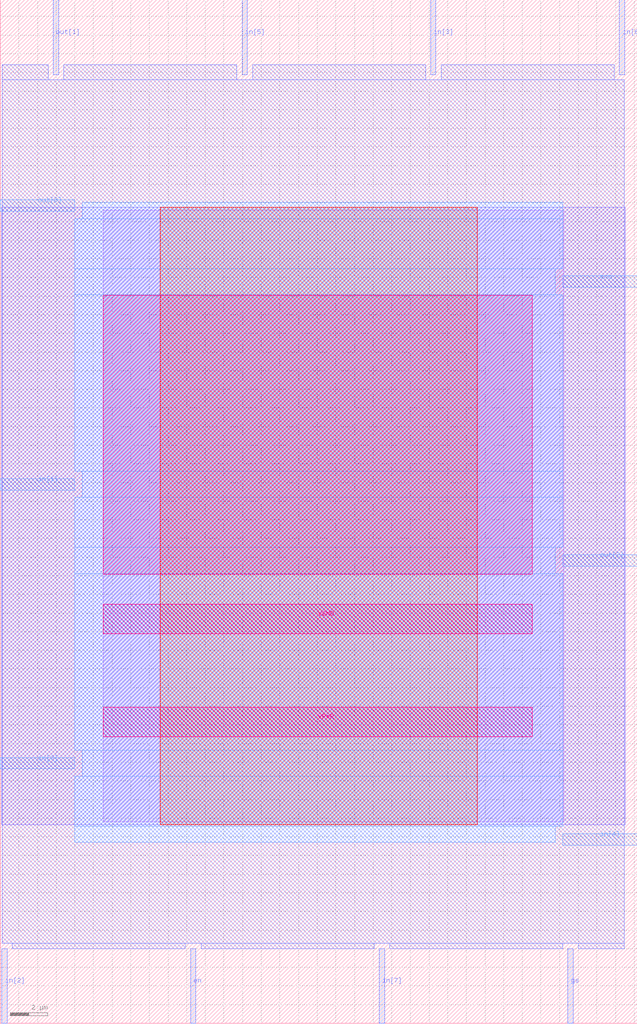
<source format=lef>
VERSION 5.7 ;
  NOWIREEXTENSIONATPIN ON ;
  DIVIDERCHAR "/" ;
  BUSBITCHARS "[]" ;
MACRO dvsd_pe
  CLASS BLOCK ;
  FOREIGN dvsd_pe ;
  ORIGIN 0.000 0.000 ;
  SIZE 34.165 BY 54.885 ;
  PIN VGND
    DIRECTION INPUT ;
    USE GROUND ;
    PORT
      LAYER met5 ;
        RECT 5.520 20.885 28.520 22.485 ;
    END
  END VGND
  PIN VPWR
    DIRECTION INPUT ;
    USE POWER ;
    PORT
      LAYER met5 ;
        RECT 5.520 15.360 28.520 16.960 ;
    END
  END VPWR
  PIN en
    DIRECTION INPUT ;
    USE SIGNAL ;
    PORT
      LAYER met2 ;
        RECT 10.210 0.000 10.490 4.000 ;
    END
  END en
  PIN eno
    DIRECTION OUTPUT TRISTATE ;
    USE SIGNAL ;
    PORT
      LAYER met3 ;
        RECT 30.165 39.480 34.165 40.080 ;
    END
  END eno
  PIN gs
    DIRECTION OUTPUT TRISTATE ;
    USE SIGNAL ;
    PORT
      LAYER met2 ;
        RECT 30.450 0.000 30.730 4.000 ;
    END
  END gs
  PIN in[0]
    DIRECTION INPUT ;
    USE SIGNAL ;
    PORT
      LAYER met3 ;
        RECT 0.000 13.640 4.000 14.240 ;
    END
  END in[0]
  PIN in[1]
    DIRECTION INPUT ;
    USE SIGNAL ;
    PORT
      LAYER met3 ;
        RECT 0.000 28.600 4.000 29.200 ;
    END
  END in[1]
  PIN in[2]
    DIRECTION INPUT ;
    USE SIGNAL ;
    PORT
      LAYER met2 ;
        RECT 0.090 0.000 0.370 4.000 ;
    END
  END in[2]
  PIN in[3]
    DIRECTION INPUT ;
    USE SIGNAL ;
    PORT
      LAYER met2 ;
        RECT 23.090 50.885 23.370 54.885 ;
    END
  END in[3]
  PIN in[4]
    DIRECTION INPUT ;
    USE SIGNAL ;
    PORT
      LAYER met3 ;
        RECT 30.165 9.560 34.165 10.160 ;
    END
  END in[4]
  PIN in[5]
    DIRECTION INPUT ;
    USE SIGNAL ;
    PORT
      LAYER met2 ;
        RECT 12.970 50.885 13.250 54.885 ;
    END
  END in[5]
  PIN in[6]
    DIRECTION INPUT ;
    USE SIGNAL ;
    PORT
      LAYER met2 ;
        RECT 33.210 50.885 33.490 54.885 ;
    END
  END in[6]
  PIN in[7]
    DIRECTION INPUT ;
    USE SIGNAL ;
    PORT
      LAYER met2 ;
        RECT 20.330 0.000 20.610 4.000 ;
    END
  END in[7]
  PIN out[0]
    DIRECTION OUTPUT TRISTATE ;
    USE SIGNAL ;
    PORT
      LAYER met3 ;
        RECT 0.000 43.560 4.000 44.160 ;
    END
  END out[0]
  PIN out[1]
    DIRECTION OUTPUT TRISTATE ;
    USE SIGNAL ;
    PORT
      LAYER met2 ;
        RECT 2.850 50.885 3.130 54.885 ;
    END
  END out[1]
  PIN out[2]
    DIRECTION OUTPUT TRISTATE ;
    USE SIGNAL ;
    PORT
      LAYER met3 ;
        RECT 30.165 24.520 34.165 25.120 ;
    END
  END out[2]
  OBS
      LAYER li1 ;
        RECT 5.520 10.795 30.215 43.605 ;
      LAYER met1 ;
        RECT 0.070 10.640 33.510 43.760 ;
      LAYER met2 ;
        RECT 0.100 50.605 2.570 51.410 ;
        RECT 3.410 50.605 12.690 51.410 ;
        RECT 13.530 50.605 22.810 51.410 ;
        RECT 23.650 50.605 32.930 51.410 ;
        RECT 0.100 4.280 33.480 50.605 ;
        RECT 0.650 4.000 9.930 4.280 ;
        RECT 10.770 4.000 20.050 4.280 ;
        RECT 20.890 4.000 30.170 4.280 ;
        RECT 31.010 4.000 33.480 4.280 ;
      LAYER met3 ;
        RECT 4.400 43.160 30.165 44.025 ;
        RECT 4.000 40.480 30.165 43.160 ;
        RECT 4.000 39.080 29.765 40.480 ;
        RECT 4.000 29.600 30.165 39.080 ;
        RECT 4.400 28.200 30.165 29.600 ;
        RECT 4.000 25.520 30.165 28.200 ;
        RECT 4.000 24.120 29.765 25.520 ;
        RECT 4.000 14.640 30.165 24.120 ;
        RECT 4.400 13.240 30.165 14.640 ;
        RECT 4.000 10.560 30.165 13.240 ;
        RECT 4.000 9.710 29.765 10.560 ;
      LAYER met4 ;
        RECT 8.575 10.640 25.590 43.760 ;
      LAYER met5 ;
        RECT 5.520 24.085 28.520 39.045 ;
  END
END dvsd_pe
END LIBRARY


</source>
